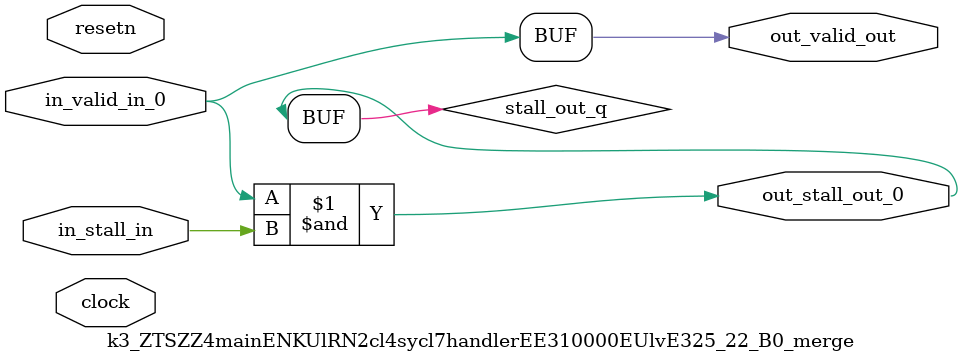
<source format=sv>



(* altera_attribute = "-name AUTO_SHIFT_REGISTER_RECOGNITION OFF; -name MESSAGE_DISABLE 10036; -name MESSAGE_DISABLE 10037; -name MESSAGE_DISABLE 14130; -name MESSAGE_DISABLE 14320; -name MESSAGE_DISABLE 15400; -name MESSAGE_DISABLE 14130; -name MESSAGE_DISABLE 10036; -name MESSAGE_DISABLE 12020; -name MESSAGE_DISABLE 12030; -name MESSAGE_DISABLE 12010; -name MESSAGE_DISABLE 12110; -name MESSAGE_DISABLE 14320; -name MESSAGE_DISABLE 13410; -name MESSAGE_DISABLE 113007; -name MESSAGE_DISABLE 10958" *)
module k3_ZTSZZ4mainENKUlRN2cl4sycl7handlerEE310000EUlvE325_22_B0_merge (
    input wire [0:0] in_stall_in,
    input wire [0:0] in_valid_in_0,
    output wire [0:0] out_stall_out_0,
    output wire [0:0] out_valid_out,
    input wire clock,
    input wire resetn
    );

    wire [0:0] stall_out_q;


    // stall_out(LOGICAL,6)
    assign stall_out_q = in_valid_in_0 & in_stall_in;

    // out_stall_out_0(GPOUT,4)
    assign out_stall_out_0 = stall_out_q;

    // out_valid_out(GPOUT,5)
    assign out_valid_out = in_valid_in_0;

endmodule

</source>
